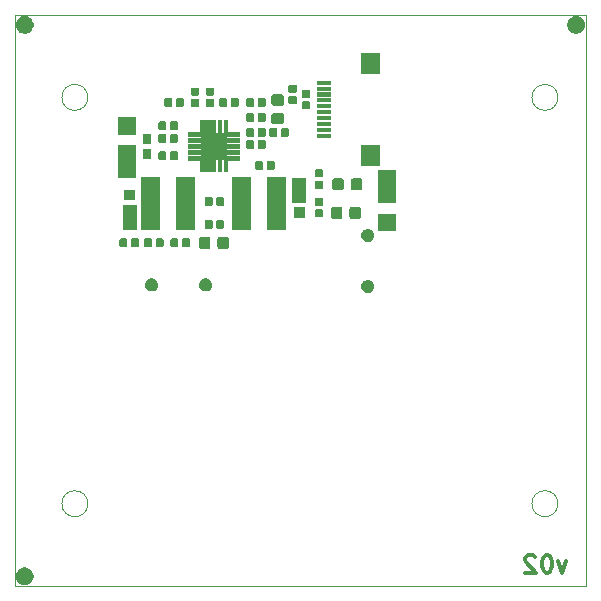
<source format=gbr>
%TF.GenerationSoftware,KiCad,Pcbnew,5.0.2-bee76a0~70~ubuntu18.04.1*%
%TF.CreationDate,2020-02-29T17:21:03-08:00*%
%TF.ProjectId,SolarCellX_v3,536f6c61-7243-4656-9c6c-585f76332e6b,rev?*%
%TF.SameCoordinates,Original*%
%TF.FileFunction,Soldermask,Bot*%
%TF.FilePolarity,Negative*%
%FSLAX46Y46*%
G04 Gerber Fmt 4.6, Leading zero omitted, Abs format (unit mm)*
G04 Created by KiCad (PCBNEW 5.0.2-bee76a0~70~ubuntu18.04.1) date Sat 29 Feb 2020 05:21:03 PM PST*
%MOMM*%
%LPD*%
G01*
G04 APERTURE LIST*
%ADD10C,0.300000*%
%ADD11C,0.050000*%
%ADD12C,0.100000*%
G04 APERTURE END LIST*
D10*
X136723214Y-86229071D02*
X136366071Y-87229071D01*
X136008928Y-86229071D01*
X135151785Y-85729071D02*
X135008928Y-85729071D01*
X134866071Y-85800500D01*
X134794642Y-85871928D01*
X134723214Y-86014785D01*
X134651785Y-86300500D01*
X134651785Y-86657642D01*
X134723214Y-86943357D01*
X134794642Y-87086214D01*
X134866071Y-87157642D01*
X135008928Y-87229071D01*
X135151785Y-87229071D01*
X135294642Y-87157642D01*
X135366071Y-87086214D01*
X135437500Y-86943357D01*
X135508928Y-86657642D01*
X135508928Y-86300500D01*
X135437500Y-86014785D01*
X135366071Y-85871928D01*
X135294642Y-85800500D01*
X135151785Y-85729071D01*
X134080357Y-85871928D02*
X134008928Y-85800500D01*
X133866071Y-85729071D01*
X133508928Y-85729071D01*
X133366071Y-85800500D01*
X133294642Y-85871928D01*
X133223214Y-86014785D01*
X133223214Y-86157642D01*
X133294642Y-86371928D01*
X134151785Y-87229071D01*
X133223214Y-87229071D01*
D11*
X96200000Y-47000000D02*
G75*
G03X96200000Y-47000000I-1100000J0D01*
G01*
X96200000Y-81400000D02*
G75*
G03X96200000Y-81400000I-1100000J0D01*
G01*
X136000000Y-81400000D02*
G75*
G03X136000000Y-81400000I-1100000J0D01*
G01*
X136000000Y-47000000D02*
G75*
G03X136000000Y-47000000I-1100000J0D01*
G01*
X90000000Y-88400000D02*
X138400000Y-88400000D01*
X90000000Y-88400000D02*
X90000000Y-40000000D01*
X138400000Y-40000000D02*
X138400000Y-88400000D01*
X90000000Y-40000000D02*
X138400000Y-40000000D01*
D12*
G36*
X91068767Y-86828822D02*
X91205258Y-86885359D01*
X91328097Y-86967437D01*
X91432563Y-87071903D01*
X91514641Y-87194742D01*
X91571178Y-87331233D01*
X91600000Y-87476131D01*
X91600000Y-87623869D01*
X91571178Y-87768767D01*
X91514641Y-87905258D01*
X91432563Y-88028097D01*
X91328097Y-88132563D01*
X91205258Y-88214641D01*
X91068767Y-88271178D01*
X90923869Y-88300000D01*
X90776131Y-88300000D01*
X90631233Y-88271178D01*
X90494742Y-88214641D01*
X90371903Y-88132563D01*
X90267437Y-88028097D01*
X90185359Y-87905258D01*
X90128822Y-87768767D01*
X90100000Y-87623869D01*
X90100000Y-87476131D01*
X90128822Y-87331233D01*
X90185359Y-87194742D01*
X90267437Y-87071903D01*
X90371903Y-86967437D01*
X90494742Y-86885359D01*
X90631233Y-86828822D01*
X90776131Y-86800000D01*
X90923869Y-86800000D01*
X91068767Y-86828822D01*
X91068767Y-86828822D01*
G37*
G36*
X119995104Y-62453549D02*
X120048138Y-62464098D01*
X120148047Y-62505482D01*
X120148049Y-62505483D01*
X120237967Y-62565564D01*
X120314436Y-62642033D01*
X120356417Y-62704862D01*
X120374518Y-62731953D01*
X120415902Y-62831862D01*
X120437000Y-62937929D01*
X120437000Y-63046071D01*
X120415902Y-63152138D01*
X120374518Y-63252047D01*
X120374517Y-63252049D01*
X120314436Y-63341967D01*
X120237967Y-63418436D01*
X120148049Y-63478517D01*
X120148048Y-63478518D01*
X120148047Y-63478518D01*
X120048138Y-63519902D01*
X119995104Y-63530451D01*
X119942072Y-63541000D01*
X119833928Y-63541000D01*
X119780896Y-63530451D01*
X119727862Y-63519902D01*
X119627953Y-63478518D01*
X119627952Y-63478518D01*
X119627951Y-63478517D01*
X119538033Y-63418436D01*
X119461564Y-63341967D01*
X119401483Y-63252049D01*
X119401482Y-63252047D01*
X119360098Y-63152138D01*
X119339000Y-63046071D01*
X119339000Y-62937929D01*
X119360098Y-62831862D01*
X119401482Y-62731953D01*
X119419584Y-62704862D01*
X119461564Y-62642033D01*
X119538033Y-62565564D01*
X119627951Y-62505483D01*
X119627953Y-62505482D01*
X119727862Y-62464098D01*
X119780896Y-62453549D01*
X119833928Y-62443000D01*
X119942072Y-62443000D01*
X119995104Y-62453549D01*
X119995104Y-62453549D01*
G37*
G36*
X101707104Y-62326549D02*
X101760138Y-62337098D01*
X101860047Y-62378482D01*
X101860049Y-62378483D01*
X101949967Y-62438564D01*
X102026436Y-62515033D01*
X102060200Y-62565564D01*
X102086518Y-62604953D01*
X102127902Y-62704862D01*
X102149000Y-62810929D01*
X102149000Y-62919071D01*
X102127902Y-63025138D01*
X102086518Y-63125047D01*
X102086517Y-63125049D01*
X102026436Y-63214967D01*
X101949967Y-63291436D01*
X101860049Y-63351517D01*
X101860048Y-63351518D01*
X101860047Y-63351518D01*
X101760138Y-63392902D01*
X101654072Y-63414000D01*
X101545928Y-63414000D01*
X101439862Y-63392902D01*
X101339953Y-63351518D01*
X101339952Y-63351518D01*
X101339951Y-63351517D01*
X101250033Y-63291436D01*
X101173564Y-63214967D01*
X101113483Y-63125049D01*
X101113482Y-63125047D01*
X101072098Y-63025138D01*
X101051000Y-62919071D01*
X101051000Y-62810929D01*
X101072098Y-62704862D01*
X101113482Y-62604953D01*
X101139801Y-62565564D01*
X101173564Y-62515033D01*
X101250033Y-62438564D01*
X101339951Y-62378483D01*
X101339953Y-62378482D01*
X101439862Y-62337098D01*
X101492896Y-62326549D01*
X101545928Y-62316000D01*
X101654072Y-62316000D01*
X101707104Y-62326549D01*
X101707104Y-62326549D01*
G37*
G36*
X106279104Y-62326549D02*
X106332138Y-62337098D01*
X106432047Y-62378482D01*
X106432049Y-62378483D01*
X106521967Y-62438564D01*
X106598436Y-62515033D01*
X106632200Y-62565564D01*
X106658518Y-62604953D01*
X106699902Y-62704862D01*
X106721000Y-62810929D01*
X106721000Y-62919071D01*
X106699902Y-63025138D01*
X106658518Y-63125047D01*
X106658517Y-63125049D01*
X106598436Y-63214967D01*
X106521967Y-63291436D01*
X106432049Y-63351517D01*
X106432048Y-63351518D01*
X106432047Y-63351518D01*
X106332138Y-63392902D01*
X106226072Y-63414000D01*
X106117928Y-63414000D01*
X106011862Y-63392902D01*
X105911953Y-63351518D01*
X105911952Y-63351518D01*
X105911951Y-63351517D01*
X105822033Y-63291436D01*
X105745564Y-63214967D01*
X105685483Y-63125049D01*
X105685482Y-63125047D01*
X105644098Y-63025138D01*
X105623000Y-62919071D01*
X105623000Y-62810929D01*
X105644098Y-62704862D01*
X105685482Y-62604953D01*
X105711801Y-62565564D01*
X105745564Y-62515033D01*
X105822033Y-62438564D01*
X105911951Y-62378483D01*
X105911953Y-62378482D01*
X106011862Y-62337098D01*
X106064896Y-62326549D01*
X106117928Y-62316000D01*
X106226072Y-62316000D01*
X106279104Y-62326549D01*
X106279104Y-62326549D01*
G37*
G36*
X106393582Y-58789434D02*
X106434526Y-58801854D01*
X106472260Y-58822023D01*
X106505334Y-58849166D01*
X106532477Y-58882240D01*
X106552646Y-58919974D01*
X106565066Y-58960918D01*
X106569500Y-59005936D01*
X106569500Y-59612064D01*
X106565066Y-59657082D01*
X106552646Y-59698026D01*
X106532477Y-59735760D01*
X106505334Y-59768834D01*
X106472260Y-59795977D01*
X106434526Y-59816146D01*
X106393582Y-59828566D01*
X106348564Y-59833000D01*
X105817436Y-59833000D01*
X105772418Y-59828566D01*
X105731474Y-59816146D01*
X105693740Y-59795977D01*
X105660666Y-59768834D01*
X105633523Y-59735760D01*
X105613354Y-59698026D01*
X105600934Y-59657082D01*
X105596500Y-59612064D01*
X105596500Y-59005936D01*
X105600934Y-58960918D01*
X105613354Y-58919974D01*
X105633523Y-58882240D01*
X105660666Y-58849166D01*
X105693740Y-58822023D01*
X105731474Y-58801854D01*
X105772418Y-58789434D01*
X105817436Y-58785000D01*
X106348564Y-58785000D01*
X106393582Y-58789434D01*
X106393582Y-58789434D01*
G37*
G36*
X107968582Y-58789434D02*
X108009526Y-58801854D01*
X108047260Y-58822023D01*
X108080334Y-58849166D01*
X108107477Y-58882240D01*
X108127646Y-58919974D01*
X108140066Y-58960918D01*
X108144500Y-59005936D01*
X108144500Y-59612064D01*
X108140066Y-59657082D01*
X108127646Y-59698026D01*
X108107477Y-59735760D01*
X108080334Y-59768834D01*
X108047260Y-59795977D01*
X108009526Y-59816146D01*
X107968582Y-59828566D01*
X107923564Y-59833000D01*
X107392436Y-59833000D01*
X107347418Y-59828566D01*
X107306474Y-59816146D01*
X107268740Y-59795977D01*
X107235666Y-59768834D01*
X107208523Y-59735760D01*
X107188354Y-59698026D01*
X107175934Y-59657082D01*
X107171500Y-59612064D01*
X107171500Y-59005936D01*
X107175934Y-58960918D01*
X107188354Y-58919974D01*
X107208523Y-58882240D01*
X107235666Y-58849166D01*
X107268740Y-58822023D01*
X107306474Y-58801854D01*
X107347418Y-58789434D01*
X107392436Y-58785000D01*
X107923564Y-58785000D01*
X107968582Y-58789434D01*
X107968582Y-58789434D01*
G37*
G36*
X104723433Y-58943064D02*
X104751008Y-58951430D01*
X104776422Y-58965014D01*
X104798702Y-58983298D01*
X104816986Y-59005578D01*
X104830570Y-59030992D01*
X104838936Y-59058567D01*
X104842000Y-59089684D01*
X104842000Y-59528316D01*
X104838936Y-59559433D01*
X104830570Y-59587008D01*
X104816986Y-59612422D01*
X104798702Y-59634702D01*
X104776422Y-59652986D01*
X104751008Y-59666570D01*
X104723433Y-59674936D01*
X104692316Y-59678000D01*
X104303684Y-59678000D01*
X104272567Y-59674936D01*
X104244992Y-59666570D01*
X104219578Y-59652986D01*
X104197298Y-59634702D01*
X104179014Y-59612422D01*
X104165430Y-59587008D01*
X104157064Y-59559433D01*
X104154000Y-59528316D01*
X104154000Y-59089684D01*
X104157064Y-59058567D01*
X104165430Y-59030992D01*
X104179014Y-59005578D01*
X104197298Y-58983298D01*
X104219578Y-58965014D01*
X104244992Y-58951430D01*
X104272567Y-58943064D01*
X104303684Y-58940000D01*
X104692316Y-58940000D01*
X104723433Y-58943064D01*
X104723433Y-58943064D01*
G37*
G36*
X99435433Y-58943064D02*
X99463008Y-58951430D01*
X99488422Y-58965014D01*
X99510702Y-58983298D01*
X99528986Y-59005578D01*
X99542570Y-59030992D01*
X99550936Y-59058567D01*
X99554000Y-59089684D01*
X99554000Y-59528316D01*
X99550936Y-59559433D01*
X99542570Y-59587008D01*
X99528986Y-59612422D01*
X99510702Y-59634702D01*
X99488422Y-59652986D01*
X99463008Y-59666570D01*
X99435433Y-59674936D01*
X99404316Y-59678000D01*
X99015684Y-59678000D01*
X98984567Y-59674936D01*
X98956992Y-59666570D01*
X98931578Y-59652986D01*
X98909298Y-59634702D01*
X98891014Y-59612422D01*
X98877430Y-59587008D01*
X98869064Y-59559433D01*
X98866000Y-59528316D01*
X98866000Y-59089684D01*
X98869064Y-59058567D01*
X98877430Y-59030992D01*
X98891014Y-59005578D01*
X98909298Y-58983298D01*
X98931578Y-58965014D01*
X98956992Y-58951430D01*
X98984567Y-58943064D01*
X99015684Y-58940000D01*
X99404316Y-58940000D01*
X99435433Y-58943064D01*
X99435433Y-58943064D01*
G37*
G36*
X100405433Y-58943064D02*
X100433008Y-58951430D01*
X100458422Y-58965014D01*
X100480702Y-58983298D01*
X100498986Y-59005578D01*
X100512570Y-59030992D01*
X100520936Y-59058567D01*
X100524000Y-59089684D01*
X100524000Y-59528316D01*
X100520936Y-59559433D01*
X100512570Y-59587008D01*
X100498986Y-59612422D01*
X100480702Y-59634702D01*
X100458422Y-59652986D01*
X100433008Y-59666570D01*
X100405433Y-59674936D01*
X100374316Y-59678000D01*
X99985684Y-59678000D01*
X99954567Y-59674936D01*
X99926992Y-59666570D01*
X99901578Y-59652986D01*
X99879298Y-59634702D01*
X99861014Y-59612422D01*
X99847430Y-59587008D01*
X99839064Y-59559433D01*
X99836000Y-59528316D01*
X99836000Y-59089684D01*
X99839064Y-59058567D01*
X99847430Y-59030992D01*
X99861014Y-59005578D01*
X99879298Y-58983298D01*
X99901578Y-58965014D01*
X99926992Y-58951430D01*
X99954567Y-58943064D01*
X99985684Y-58940000D01*
X100374316Y-58940000D01*
X100405433Y-58943064D01*
X100405433Y-58943064D01*
G37*
G36*
X101530933Y-58943064D02*
X101558508Y-58951430D01*
X101583922Y-58965014D01*
X101606202Y-58983298D01*
X101624486Y-59005578D01*
X101638070Y-59030992D01*
X101646436Y-59058567D01*
X101649500Y-59089684D01*
X101649500Y-59528316D01*
X101646436Y-59559433D01*
X101638070Y-59587008D01*
X101624486Y-59612422D01*
X101606202Y-59634702D01*
X101583922Y-59652986D01*
X101558508Y-59666570D01*
X101530933Y-59674936D01*
X101499816Y-59678000D01*
X101111184Y-59678000D01*
X101080067Y-59674936D01*
X101052492Y-59666570D01*
X101027078Y-59652986D01*
X101004798Y-59634702D01*
X100986514Y-59612422D01*
X100972930Y-59587008D01*
X100964564Y-59559433D01*
X100961500Y-59528316D01*
X100961500Y-59089684D01*
X100964564Y-59058567D01*
X100972930Y-59030992D01*
X100986514Y-59005578D01*
X101004798Y-58983298D01*
X101027078Y-58965014D01*
X101052492Y-58951430D01*
X101080067Y-58943064D01*
X101111184Y-58940000D01*
X101499816Y-58940000D01*
X101530933Y-58943064D01*
X101530933Y-58943064D01*
G37*
G36*
X102500933Y-58943064D02*
X102528508Y-58951430D01*
X102553922Y-58965014D01*
X102576202Y-58983298D01*
X102594486Y-59005578D01*
X102608070Y-59030992D01*
X102616436Y-59058567D01*
X102619500Y-59089684D01*
X102619500Y-59528316D01*
X102616436Y-59559433D01*
X102608070Y-59587008D01*
X102594486Y-59612422D01*
X102576202Y-59634702D01*
X102553922Y-59652986D01*
X102528508Y-59666570D01*
X102500933Y-59674936D01*
X102469816Y-59678000D01*
X102081184Y-59678000D01*
X102050067Y-59674936D01*
X102022492Y-59666570D01*
X101997078Y-59652986D01*
X101974798Y-59634702D01*
X101956514Y-59612422D01*
X101942930Y-59587008D01*
X101934564Y-59559433D01*
X101931500Y-59528316D01*
X101931500Y-59089684D01*
X101934564Y-59058567D01*
X101942930Y-59030992D01*
X101956514Y-59005578D01*
X101974798Y-58983298D01*
X101997078Y-58965014D01*
X102022492Y-58951430D01*
X102050067Y-58943064D01*
X102081184Y-58940000D01*
X102469816Y-58940000D01*
X102500933Y-58943064D01*
X102500933Y-58943064D01*
G37*
G36*
X103753433Y-58943064D02*
X103781008Y-58951430D01*
X103806422Y-58965014D01*
X103828702Y-58983298D01*
X103846986Y-59005578D01*
X103860570Y-59030992D01*
X103868936Y-59058567D01*
X103872000Y-59089684D01*
X103872000Y-59528316D01*
X103868936Y-59559433D01*
X103860570Y-59587008D01*
X103846986Y-59612422D01*
X103828702Y-59634702D01*
X103806422Y-59652986D01*
X103781008Y-59666570D01*
X103753433Y-59674936D01*
X103722316Y-59678000D01*
X103333684Y-59678000D01*
X103302567Y-59674936D01*
X103274992Y-59666570D01*
X103249578Y-59652986D01*
X103227298Y-59634702D01*
X103209014Y-59612422D01*
X103195430Y-59587008D01*
X103187064Y-59559433D01*
X103184000Y-59528316D01*
X103184000Y-59089684D01*
X103187064Y-59058567D01*
X103195430Y-59030992D01*
X103209014Y-59005578D01*
X103227298Y-58983298D01*
X103249578Y-58965014D01*
X103274992Y-58951430D01*
X103302567Y-58943064D01*
X103333684Y-58940000D01*
X103722316Y-58940000D01*
X103753433Y-58943064D01*
X103753433Y-58943064D01*
G37*
G36*
X119995104Y-58135549D02*
X120048138Y-58146098D01*
X120148047Y-58187482D01*
X120148049Y-58187483D01*
X120237967Y-58247564D01*
X120314435Y-58324032D01*
X120374518Y-58413953D01*
X120415902Y-58513862D01*
X120437000Y-58619929D01*
X120437000Y-58728071D01*
X120415902Y-58834138D01*
X120380347Y-58919974D01*
X120374517Y-58934049D01*
X120314436Y-59023967D01*
X120237967Y-59100436D01*
X120148049Y-59160517D01*
X120148048Y-59160518D01*
X120148047Y-59160518D01*
X120048138Y-59201902D01*
X119995104Y-59212451D01*
X119942072Y-59223000D01*
X119833928Y-59223000D01*
X119780896Y-59212451D01*
X119727862Y-59201902D01*
X119627953Y-59160518D01*
X119627952Y-59160518D01*
X119627951Y-59160517D01*
X119538033Y-59100436D01*
X119461564Y-59023967D01*
X119401483Y-58934049D01*
X119395653Y-58919974D01*
X119360098Y-58834138D01*
X119339000Y-58728071D01*
X119339000Y-58619929D01*
X119360098Y-58513862D01*
X119401482Y-58413953D01*
X119461565Y-58324032D01*
X119538033Y-58247564D01*
X119627951Y-58187483D01*
X119627953Y-58187482D01*
X119727862Y-58146098D01*
X119780896Y-58135549D01*
X119833928Y-58125000D01*
X119942072Y-58125000D01*
X119995104Y-58135549D01*
X119995104Y-58135549D01*
G37*
G36*
X122249000Y-58349000D02*
X120751000Y-58349000D01*
X120751000Y-56851000D01*
X122249000Y-56851000D01*
X122249000Y-58349000D01*
X122249000Y-58349000D01*
G37*
G36*
X105260600Y-58267600D02*
X103698500Y-58267600D01*
X103698500Y-53746400D01*
X105260600Y-53746400D01*
X105260600Y-58267600D01*
X105260600Y-58267600D01*
G37*
G36*
X102301500Y-58267600D02*
X100739400Y-58267600D01*
X100739400Y-53746400D01*
X102301500Y-53746400D01*
X102301500Y-58267600D01*
X102301500Y-58267600D01*
G37*
G36*
X109997240Y-58234580D02*
X108435140Y-58234580D01*
X108435140Y-53713380D01*
X109997240Y-53713380D01*
X109997240Y-58234580D01*
X109997240Y-58234580D01*
G37*
G36*
X112956340Y-58234580D02*
X111394240Y-58234580D01*
X111394240Y-53713380D01*
X112956340Y-53713380D01*
X112956340Y-58234580D01*
X112956340Y-58234580D01*
G37*
G36*
X100349000Y-58214000D02*
X99151000Y-58214000D01*
X99151000Y-56116000D01*
X100349000Y-56116000D01*
X100349000Y-58214000D01*
X100349000Y-58214000D01*
G37*
G36*
X107624093Y-57382720D02*
X107651668Y-57391086D01*
X107677082Y-57404670D01*
X107699362Y-57422954D01*
X107717646Y-57445234D01*
X107731230Y-57470648D01*
X107739596Y-57498223D01*
X107742660Y-57529340D01*
X107742660Y-57967972D01*
X107739596Y-57999089D01*
X107731230Y-58026664D01*
X107717646Y-58052078D01*
X107699362Y-58074358D01*
X107677082Y-58092642D01*
X107651668Y-58106226D01*
X107624093Y-58114592D01*
X107592976Y-58117656D01*
X107204344Y-58117656D01*
X107173227Y-58114592D01*
X107145652Y-58106226D01*
X107120238Y-58092642D01*
X107097958Y-58074358D01*
X107079674Y-58052078D01*
X107066090Y-58026664D01*
X107057724Y-57999089D01*
X107054660Y-57967972D01*
X107054660Y-57529340D01*
X107057724Y-57498223D01*
X107066090Y-57470648D01*
X107079674Y-57445234D01*
X107097958Y-57422954D01*
X107120238Y-57404670D01*
X107145652Y-57391086D01*
X107173227Y-57382720D01*
X107204344Y-57379656D01*
X107592976Y-57379656D01*
X107624093Y-57382720D01*
X107624093Y-57382720D01*
G37*
G36*
X106654093Y-57382720D02*
X106681668Y-57391086D01*
X106707082Y-57404670D01*
X106729362Y-57422954D01*
X106747646Y-57445234D01*
X106761230Y-57470648D01*
X106769596Y-57498223D01*
X106772660Y-57529340D01*
X106772660Y-57967972D01*
X106769596Y-57999089D01*
X106761230Y-58026664D01*
X106747646Y-58052078D01*
X106729362Y-58074358D01*
X106707082Y-58092642D01*
X106681668Y-58106226D01*
X106654093Y-58114592D01*
X106622976Y-58117656D01*
X106234344Y-58117656D01*
X106203227Y-58114592D01*
X106175652Y-58106226D01*
X106150238Y-58092642D01*
X106127958Y-58074358D01*
X106109674Y-58052078D01*
X106096090Y-58026664D01*
X106087724Y-57999089D01*
X106084660Y-57967972D01*
X106084660Y-57529340D01*
X106087724Y-57498223D01*
X106096090Y-57470648D01*
X106109674Y-57445234D01*
X106127958Y-57422954D01*
X106150238Y-57404670D01*
X106175652Y-57391086D01*
X106203227Y-57382720D01*
X106234344Y-57379656D01*
X106622976Y-57379656D01*
X106654093Y-57382720D01*
X106654093Y-57382720D01*
G37*
G36*
X117569582Y-56249434D02*
X117610526Y-56261854D01*
X117648260Y-56282023D01*
X117681334Y-56309166D01*
X117708477Y-56342240D01*
X117728646Y-56379974D01*
X117741066Y-56420918D01*
X117745500Y-56465936D01*
X117745500Y-57072064D01*
X117741066Y-57117082D01*
X117728646Y-57158026D01*
X117708477Y-57195760D01*
X117681334Y-57228834D01*
X117648260Y-57255977D01*
X117610526Y-57276146D01*
X117569582Y-57288566D01*
X117524564Y-57293000D01*
X116993436Y-57293000D01*
X116948418Y-57288566D01*
X116907474Y-57276146D01*
X116869740Y-57255977D01*
X116836666Y-57228834D01*
X116809523Y-57195760D01*
X116789354Y-57158026D01*
X116776934Y-57117082D01*
X116772500Y-57072064D01*
X116772500Y-56465936D01*
X116776934Y-56420918D01*
X116789354Y-56379974D01*
X116809523Y-56342240D01*
X116836666Y-56309166D01*
X116869740Y-56282023D01*
X116907474Y-56261854D01*
X116948418Y-56249434D01*
X116993436Y-56245000D01*
X117524564Y-56245000D01*
X117569582Y-56249434D01*
X117569582Y-56249434D01*
G37*
G36*
X119144582Y-56249434D02*
X119185526Y-56261854D01*
X119223260Y-56282023D01*
X119256334Y-56309166D01*
X119283477Y-56342240D01*
X119303646Y-56379974D01*
X119316066Y-56420918D01*
X119320500Y-56465936D01*
X119320500Y-57072064D01*
X119316066Y-57117082D01*
X119303646Y-57158026D01*
X119283477Y-57195760D01*
X119256334Y-57228834D01*
X119223260Y-57255977D01*
X119185526Y-57276146D01*
X119144582Y-57288566D01*
X119099564Y-57293000D01*
X118568436Y-57293000D01*
X118523418Y-57288566D01*
X118482474Y-57276146D01*
X118444740Y-57255977D01*
X118411666Y-57228834D01*
X118384523Y-57195760D01*
X118364354Y-57158026D01*
X118351934Y-57117082D01*
X118347500Y-57072064D01*
X118347500Y-56465936D01*
X118351934Y-56420918D01*
X118364354Y-56379974D01*
X118384523Y-56342240D01*
X118411666Y-56309166D01*
X118444740Y-56282023D01*
X118482474Y-56261854D01*
X118523418Y-56249434D01*
X118568436Y-56245000D01*
X119099564Y-56245000D01*
X119144582Y-56249434D01*
X119144582Y-56249434D01*
G37*
G36*
X114558500Y-57198000D02*
X113660500Y-57198000D01*
X113660500Y-56300000D01*
X114558500Y-56300000D01*
X114558500Y-57198000D01*
X114558500Y-57198000D01*
G37*
G36*
X116010933Y-56468564D02*
X116038508Y-56476930D01*
X116063922Y-56490514D01*
X116086202Y-56508798D01*
X116104486Y-56531078D01*
X116118070Y-56556492D01*
X116126436Y-56584067D01*
X116129500Y-56615184D01*
X116129500Y-57003816D01*
X116126436Y-57034933D01*
X116118070Y-57062508D01*
X116104486Y-57087922D01*
X116086202Y-57110202D01*
X116063922Y-57128486D01*
X116038508Y-57142070D01*
X116010933Y-57150436D01*
X115979816Y-57153500D01*
X115541184Y-57153500D01*
X115510067Y-57150436D01*
X115482492Y-57142070D01*
X115457078Y-57128486D01*
X115434798Y-57110202D01*
X115416514Y-57087922D01*
X115402930Y-57062508D01*
X115394564Y-57034933D01*
X115391500Y-57003816D01*
X115391500Y-56615184D01*
X115394564Y-56584067D01*
X115402930Y-56556492D01*
X115416514Y-56531078D01*
X115434798Y-56508798D01*
X115457078Y-56490514D01*
X115482492Y-56476930D01*
X115510067Y-56468564D01*
X115541184Y-56465500D01*
X115979816Y-56465500D01*
X116010933Y-56468564D01*
X116010933Y-56468564D01*
G37*
G36*
X107624093Y-55450564D02*
X107651668Y-55458930D01*
X107677082Y-55472514D01*
X107699362Y-55490798D01*
X107717646Y-55513078D01*
X107731230Y-55538492D01*
X107739596Y-55566067D01*
X107742660Y-55597184D01*
X107742660Y-56035816D01*
X107739596Y-56066933D01*
X107731230Y-56094508D01*
X107717646Y-56119922D01*
X107699362Y-56142202D01*
X107677082Y-56160486D01*
X107651668Y-56174070D01*
X107624093Y-56182436D01*
X107592976Y-56185500D01*
X107204344Y-56185500D01*
X107173227Y-56182436D01*
X107145652Y-56174070D01*
X107120238Y-56160486D01*
X107097958Y-56142202D01*
X107079674Y-56119922D01*
X107066090Y-56094508D01*
X107057724Y-56066933D01*
X107054660Y-56035816D01*
X107054660Y-55597184D01*
X107057724Y-55566067D01*
X107066090Y-55538492D01*
X107079674Y-55513078D01*
X107097958Y-55490798D01*
X107120238Y-55472514D01*
X107145652Y-55458930D01*
X107173227Y-55450564D01*
X107204344Y-55447500D01*
X107592976Y-55447500D01*
X107624093Y-55450564D01*
X107624093Y-55450564D01*
G37*
G36*
X106654093Y-55450564D02*
X106681668Y-55458930D01*
X106707082Y-55472514D01*
X106729362Y-55490798D01*
X106747646Y-55513078D01*
X106761230Y-55538492D01*
X106769596Y-55566067D01*
X106772660Y-55597184D01*
X106772660Y-56035816D01*
X106769596Y-56066933D01*
X106761230Y-56094508D01*
X106747646Y-56119922D01*
X106729362Y-56142202D01*
X106707082Y-56160486D01*
X106681668Y-56174070D01*
X106654093Y-56182436D01*
X106622976Y-56185500D01*
X106234344Y-56185500D01*
X106203227Y-56182436D01*
X106175652Y-56174070D01*
X106150238Y-56160486D01*
X106127958Y-56142202D01*
X106109674Y-56119922D01*
X106096090Y-56094508D01*
X106087724Y-56066933D01*
X106084660Y-56035816D01*
X106084660Y-55597184D01*
X106087724Y-55566067D01*
X106096090Y-55538492D01*
X106109674Y-55513078D01*
X106127958Y-55490798D01*
X106150238Y-55472514D01*
X106175652Y-55458930D01*
X106203227Y-55450564D01*
X106234344Y-55447500D01*
X106622976Y-55447500D01*
X106654093Y-55450564D01*
X106654093Y-55450564D01*
G37*
G36*
X116010933Y-55498564D02*
X116038508Y-55506930D01*
X116063922Y-55520514D01*
X116086202Y-55538798D01*
X116104486Y-55561078D01*
X116118070Y-55586492D01*
X116126436Y-55614067D01*
X116129500Y-55645184D01*
X116129500Y-56033816D01*
X116126436Y-56064933D01*
X116118070Y-56092508D01*
X116104486Y-56117922D01*
X116086202Y-56140202D01*
X116063922Y-56158486D01*
X116038508Y-56172070D01*
X116010933Y-56180436D01*
X115979816Y-56183500D01*
X115541184Y-56183500D01*
X115510067Y-56180436D01*
X115482492Y-56172070D01*
X115457078Y-56158486D01*
X115434798Y-56140202D01*
X115416514Y-56117922D01*
X115402930Y-56092508D01*
X115394564Y-56064933D01*
X115391500Y-56033816D01*
X115391500Y-55645184D01*
X115394564Y-55614067D01*
X115402930Y-55586492D01*
X115416514Y-55561078D01*
X115434798Y-55538798D01*
X115457078Y-55520514D01*
X115482492Y-55506930D01*
X115510067Y-55498564D01*
X115541184Y-55495500D01*
X115979816Y-55495500D01*
X116010933Y-55498564D01*
X116010933Y-55498564D01*
G37*
G36*
X122249000Y-55949000D02*
X120751000Y-55949000D01*
X120751000Y-53151000D01*
X122249000Y-53151000D01*
X122249000Y-55949000D01*
X122249000Y-55949000D01*
G37*
G36*
X114708500Y-55898000D02*
X113510500Y-55898000D01*
X113510500Y-53800000D01*
X114708500Y-53800000D01*
X114708500Y-55898000D01*
X114708500Y-55898000D01*
G37*
G36*
X100199000Y-55714000D02*
X99301000Y-55714000D01*
X99301000Y-54816000D01*
X100199000Y-54816000D01*
X100199000Y-55714000D01*
X100199000Y-55714000D01*
G37*
G36*
X119271582Y-53836434D02*
X119312526Y-53848854D01*
X119350260Y-53869023D01*
X119383334Y-53896166D01*
X119410477Y-53929240D01*
X119430646Y-53966974D01*
X119443066Y-54007918D01*
X119447500Y-54052936D01*
X119447500Y-54659064D01*
X119443066Y-54704082D01*
X119430646Y-54745026D01*
X119410477Y-54782760D01*
X119383334Y-54815834D01*
X119350260Y-54842977D01*
X119312526Y-54863146D01*
X119271582Y-54875566D01*
X119226564Y-54880000D01*
X118695436Y-54880000D01*
X118650418Y-54875566D01*
X118609474Y-54863146D01*
X118571740Y-54842977D01*
X118538666Y-54815834D01*
X118511523Y-54782760D01*
X118491354Y-54745026D01*
X118478934Y-54704082D01*
X118474500Y-54659064D01*
X118474500Y-54052936D01*
X118478934Y-54007918D01*
X118491354Y-53966974D01*
X118511523Y-53929240D01*
X118538666Y-53896166D01*
X118571740Y-53869023D01*
X118609474Y-53848854D01*
X118650418Y-53836434D01*
X118695436Y-53832000D01*
X119226564Y-53832000D01*
X119271582Y-53836434D01*
X119271582Y-53836434D01*
G37*
G36*
X117696582Y-53836434D02*
X117737526Y-53848854D01*
X117775260Y-53869023D01*
X117808334Y-53896166D01*
X117835477Y-53929240D01*
X117855646Y-53966974D01*
X117868066Y-54007918D01*
X117872500Y-54052936D01*
X117872500Y-54659064D01*
X117868066Y-54704082D01*
X117855646Y-54745026D01*
X117835477Y-54782760D01*
X117808334Y-54815834D01*
X117775260Y-54842977D01*
X117737526Y-54863146D01*
X117696582Y-54875566D01*
X117651564Y-54880000D01*
X117120436Y-54880000D01*
X117075418Y-54875566D01*
X117034474Y-54863146D01*
X116996740Y-54842977D01*
X116963666Y-54815834D01*
X116936523Y-54782760D01*
X116916354Y-54745026D01*
X116903934Y-54704082D01*
X116899500Y-54659064D01*
X116899500Y-54052936D01*
X116903934Y-54007918D01*
X116916354Y-53966974D01*
X116936523Y-53929240D01*
X116963666Y-53896166D01*
X116996740Y-53869023D01*
X117034474Y-53848854D01*
X117075418Y-53836434D01*
X117120436Y-53832000D01*
X117651564Y-53832000D01*
X117696582Y-53836434D01*
X117696582Y-53836434D01*
G37*
G36*
X116010933Y-54055564D02*
X116038508Y-54063930D01*
X116063922Y-54077514D01*
X116086202Y-54095798D01*
X116104486Y-54118078D01*
X116118070Y-54143492D01*
X116126436Y-54171067D01*
X116129500Y-54202184D01*
X116129500Y-54590816D01*
X116126436Y-54621933D01*
X116118070Y-54649508D01*
X116104486Y-54674922D01*
X116086202Y-54697202D01*
X116063922Y-54715486D01*
X116038508Y-54729070D01*
X116010933Y-54737436D01*
X115979816Y-54740500D01*
X115541184Y-54740500D01*
X115510067Y-54737436D01*
X115482492Y-54729070D01*
X115457078Y-54715486D01*
X115434798Y-54697202D01*
X115416514Y-54674922D01*
X115402930Y-54649508D01*
X115394564Y-54621933D01*
X115391500Y-54590816D01*
X115391500Y-54202184D01*
X115394564Y-54171067D01*
X115402930Y-54143492D01*
X115416514Y-54118078D01*
X115434798Y-54095798D01*
X115457078Y-54077514D01*
X115482492Y-54063930D01*
X115510067Y-54055564D01*
X115541184Y-54052500D01*
X115979816Y-54052500D01*
X116010933Y-54055564D01*
X116010933Y-54055564D01*
G37*
G36*
X100249000Y-53849000D02*
X98751000Y-53849000D01*
X98751000Y-51051000D01*
X100249000Y-51051000D01*
X100249000Y-53849000D01*
X100249000Y-53849000D01*
G37*
G36*
X116010933Y-53085564D02*
X116038508Y-53093930D01*
X116063922Y-53107514D01*
X116086202Y-53125798D01*
X116104486Y-53148078D01*
X116118070Y-53173492D01*
X116126436Y-53201067D01*
X116129500Y-53232184D01*
X116129500Y-53620816D01*
X116126436Y-53651933D01*
X116118070Y-53679508D01*
X116104486Y-53704922D01*
X116086202Y-53727202D01*
X116063922Y-53745486D01*
X116038508Y-53759070D01*
X116010933Y-53767436D01*
X115979816Y-53770500D01*
X115541184Y-53770500D01*
X115510067Y-53767436D01*
X115482492Y-53759070D01*
X115457078Y-53745486D01*
X115434798Y-53727202D01*
X115416514Y-53704922D01*
X115402930Y-53679508D01*
X115394564Y-53651933D01*
X115391500Y-53620816D01*
X115391500Y-53232184D01*
X115394564Y-53201067D01*
X115402930Y-53173492D01*
X115416514Y-53148078D01*
X115434798Y-53125798D01*
X115457078Y-53107514D01*
X115482492Y-53093930D01*
X115510067Y-53085564D01*
X115541184Y-53082500D01*
X115979816Y-53082500D01*
X116010933Y-53085564D01*
X116010933Y-53085564D01*
G37*
G36*
X106092660Y-49971156D02*
X106093611Y-49980813D01*
X106096428Y-49990099D01*
X106101002Y-49998657D01*
X106107158Y-50006158D01*
X106114659Y-50012314D01*
X106123217Y-50016888D01*
X106132503Y-50019705D01*
X106142160Y-50020656D01*
X106145160Y-50020656D01*
X106154817Y-50019705D01*
X106164103Y-50016888D01*
X106172661Y-50012314D01*
X106180162Y-50006158D01*
X106186318Y-49998657D01*
X106190892Y-49990099D01*
X106193709Y-49980813D01*
X106194660Y-49971156D01*
X106194660Y-48945656D01*
X106592660Y-48945656D01*
X106592660Y-49971156D01*
X106593611Y-49980813D01*
X106596428Y-49990099D01*
X106601002Y-49998657D01*
X106607158Y-50006158D01*
X106614659Y-50012314D01*
X106623217Y-50016888D01*
X106632503Y-50019705D01*
X106642160Y-50020656D01*
X106645160Y-50020656D01*
X106654817Y-50019705D01*
X106664103Y-50016888D01*
X106672661Y-50012314D01*
X106680162Y-50006158D01*
X106686318Y-49998657D01*
X106690892Y-49990099D01*
X106693709Y-49980813D01*
X106694660Y-49971156D01*
X106694660Y-48945656D01*
X107092660Y-48945656D01*
X107092660Y-49971156D01*
X107093611Y-49980813D01*
X107096428Y-49990099D01*
X107101002Y-49998657D01*
X107107158Y-50006158D01*
X107114659Y-50012314D01*
X107123217Y-50016888D01*
X107132503Y-50019705D01*
X107142160Y-50020656D01*
X107145160Y-50020656D01*
X107154817Y-50019705D01*
X107164103Y-50016888D01*
X107172661Y-50012314D01*
X107180162Y-50006158D01*
X107186318Y-49998657D01*
X107190892Y-49990099D01*
X107193709Y-49980813D01*
X107194660Y-49971156D01*
X107194660Y-48945656D01*
X107592660Y-48945656D01*
X107592660Y-49971156D01*
X107593611Y-49980813D01*
X107596428Y-49990099D01*
X107601002Y-49998657D01*
X107607158Y-50006158D01*
X107614659Y-50012314D01*
X107623217Y-50016888D01*
X107632503Y-50019705D01*
X107642160Y-50020656D01*
X107645160Y-50020656D01*
X107654817Y-50019705D01*
X107664103Y-50016888D01*
X107672661Y-50012314D01*
X107680162Y-50006158D01*
X107686318Y-49998657D01*
X107690892Y-49990099D01*
X107693709Y-49980813D01*
X107694660Y-49971156D01*
X107694660Y-48945656D01*
X108092660Y-48945656D01*
X108092660Y-49896156D01*
X108093611Y-49905813D01*
X108096428Y-49915099D01*
X108101002Y-49923657D01*
X108107158Y-49931158D01*
X108114659Y-49937314D01*
X108123217Y-49941888D01*
X108132503Y-49944705D01*
X108142160Y-49945656D01*
X109092660Y-49945656D01*
X109092660Y-50343656D01*
X108067160Y-50343656D01*
X108057503Y-50344607D01*
X108048217Y-50347424D01*
X108039659Y-50351998D01*
X108032158Y-50358154D01*
X108026002Y-50365655D01*
X108021428Y-50374213D01*
X108018611Y-50383499D01*
X108017660Y-50393156D01*
X108017660Y-50396156D01*
X108018611Y-50405813D01*
X108021428Y-50415099D01*
X108026002Y-50423657D01*
X108032158Y-50431158D01*
X108039659Y-50437314D01*
X108048217Y-50441888D01*
X108057503Y-50444705D01*
X108067160Y-50445656D01*
X109092660Y-50445656D01*
X109092660Y-50843656D01*
X108067160Y-50843656D01*
X108057503Y-50844607D01*
X108048217Y-50847424D01*
X108039659Y-50851998D01*
X108032158Y-50858154D01*
X108026002Y-50865655D01*
X108021428Y-50874213D01*
X108018611Y-50883499D01*
X108017660Y-50893156D01*
X108017660Y-50896156D01*
X108018611Y-50905813D01*
X108021428Y-50915099D01*
X108026002Y-50923657D01*
X108032158Y-50931158D01*
X108039659Y-50937314D01*
X108048217Y-50941888D01*
X108057503Y-50944705D01*
X108067160Y-50945656D01*
X109092660Y-50945656D01*
X109092660Y-51343656D01*
X108067160Y-51343656D01*
X108057503Y-51344607D01*
X108048217Y-51347424D01*
X108039659Y-51351998D01*
X108032158Y-51358154D01*
X108026002Y-51365655D01*
X108021428Y-51374213D01*
X108018611Y-51383499D01*
X108017660Y-51393156D01*
X108017660Y-51396156D01*
X108018611Y-51405813D01*
X108021428Y-51415099D01*
X108026002Y-51423657D01*
X108032158Y-51431158D01*
X108039659Y-51437314D01*
X108048217Y-51441888D01*
X108057503Y-51444705D01*
X108067160Y-51445656D01*
X109092660Y-51445656D01*
X109092660Y-51843656D01*
X108067160Y-51843656D01*
X108057503Y-51844607D01*
X108048217Y-51847424D01*
X108039659Y-51851998D01*
X108032158Y-51858154D01*
X108026002Y-51865655D01*
X108021428Y-51874213D01*
X108018611Y-51883499D01*
X108017660Y-51893156D01*
X108017660Y-51896156D01*
X108018611Y-51905813D01*
X108021428Y-51915099D01*
X108026002Y-51923657D01*
X108032158Y-51931158D01*
X108039659Y-51937314D01*
X108048217Y-51941888D01*
X108057503Y-51944705D01*
X108067160Y-51945656D01*
X109092660Y-51945656D01*
X109092660Y-52343656D01*
X108142160Y-52343656D01*
X108132503Y-52344607D01*
X108123217Y-52347424D01*
X108114659Y-52351998D01*
X108107158Y-52358154D01*
X108101002Y-52365655D01*
X108096428Y-52374213D01*
X108093611Y-52383499D01*
X108092660Y-52393156D01*
X108092660Y-53343656D01*
X107694660Y-53343656D01*
X107694660Y-52318156D01*
X107693709Y-52308499D01*
X107690892Y-52299213D01*
X107686318Y-52290655D01*
X107680162Y-52283154D01*
X107672661Y-52276998D01*
X107664103Y-52272424D01*
X107654817Y-52269607D01*
X107645160Y-52268656D01*
X107642160Y-52268656D01*
X107632503Y-52269607D01*
X107623217Y-52272424D01*
X107614659Y-52276998D01*
X107607158Y-52283154D01*
X107601002Y-52290655D01*
X107596428Y-52299213D01*
X107593611Y-52308499D01*
X107592660Y-52318156D01*
X107592660Y-53343656D01*
X107194660Y-53343656D01*
X107194660Y-52318156D01*
X107193709Y-52308499D01*
X107190892Y-52299213D01*
X107186318Y-52290655D01*
X107180162Y-52283154D01*
X107172661Y-52276998D01*
X107164103Y-52272424D01*
X107154817Y-52269607D01*
X107145160Y-52268656D01*
X107142160Y-52268656D01*
X107132503Y-52269607D01*
X107123217Y-52272424D01*
X107114659Y-52276998D01*
X107107158Y-52283154D01*
X107101002Y-52290655D01*
X107096428Y-52299213D01*
X107093611Y-52308499D01*
X107092660Y-52318156D01*
X107092660Y-53343656D01*
X106694660Y-53343656D01*
X106694660Y-52318156D01*
X106693709Y-52308499D01*
X106690892Y-52299213D01*
X106686318Y-52290655D01*
X106680162Y-52283154D01*
X106672661Y-52276998D01*
X106664103Y-52272424D01*
X106654817Y-52269607D01*
X106645160Y-52268656D01*
X106642160Y-52268656D01*
X106632503Y-52269607D01*
X106623217Y-52272424D01*
X106614659Y-52276998D01*
X106607158Y-52283154D01*
X106601002Y-52290655D01*
X106596428Y-52299213D01*
X106593611Y-52308499D01*
X106592660Y-52318156D01*
X106592660Y-53343656D01*
X106194660Y-53343656D01*
X106194660Y-52318156D01*
X106193709Y-52308499D01*
X106190892Y-52299213D01*
X106186318Y-52290655D01*
X106180162Y-52283154D01*
X106172661Y-52276998D01*
X106164103Y-52272424D01*
X106154817Y-52269607D01*
X106145160Y-52268656D01*
X106142160Y-52268656D01*
X106132503Y-52269607D01*
X106123217Y-52272424D01*
X106114659Y-52276998D01*
X106107158Y-52283154D01*
X106101002Y-52290655D01*
X106096428Y-52299213D01*
X106093611Y-52308499D01*
X106092660Y-52318156D01*
X106092660Y-53343656D01*
X105694660Y-53343656D01*
X105694660Y-52393156D01*
X105693709Y-52383499D01*
X105690892Y-52374213D01*
X105686318Y-52365655D01*
X105680162Y-52358154D01*
X105672661Y-52351998D01*
X105664103Y-52347424D01*
X105654817Y-52344607D01*
X105645160Y-52343656D01*
X104694660Y-52343656D01*
X104694660Y-51945656D01*
X105720160Y-51945656D01*
X105729817Y-51944705D01*
X105739103Y-51941888D01*
X105747661Y-51937314D01*
X105755162Y-51931158D01*
X105761318Y-51923657D01*
X105765892Y-51915099D01*
X105768709Y-51905813D01*
X105769660Y-51896156D01*
X105769660Y-51893156D01*
X105768709Y-51883499D01*
X105765892Y-51874213D01*
X105761318Y-51865655D01*
X105755162Y-51858154D01*
X105747661Y-51851998D01*
X105739103Y-51847424D01*
X105729817Y-51844607D01*
X105720160Y-51843656D01*
X104694660Y-51843656D01*
X104694660Y-51445656D01*
X105720160Y-51445656D01*
X105729817Y-51444705D01*
X105739103Y-51441888D01*
X105747661Y-51437314D01*
X105755162Y-51431158D01*
X105761318Y-51423657D01*
X105765892Y-51415099D01*
X105768709Y-51405813D01*
X105769660Y-51396156D01*
X105769660Y-51393156D01*
X105768709Y-51383499D01*
X105765892Y-51374213D01*
X105761318Y-51365655D01*
X105755162Y-51358154D01*
X105747661Y-51351998D01*
X105739103Y-51347424D01*
X105729817Y-51344607D01*
X105720160Y-51343656D01*
X104694660Y-51343656D01*
X104694660Y-50945656D01*
X105720160Y-50945656D01*
X105729817Y-50944705D01*
X105739103Y-50941888D01*
X105747661Y-50937314D01*
X105755162Y-50931158D01*
X105761318Y-50923657D01*
X105765892Y-50915099D01*
X105768709Y-50905813D01*
X105769660Y-50896156D01*
X105769660Y-50893156D01*
X105768709Y-50883499D01*
X105765892Y-50874213D01*
X105761318Y-50865655D01*
X105755162Y-50858154D01*
X105747661Y-50851998D01*
X105739103Y-50847424D01*
X105729817Y-50844607D01*
X105720160Y-50843656D01*
X104694660Y-50843656D01*
X104694660Y-50445656D01*
X105720160Y-50445656D01*
X105729817Y-50444705D01*
X105739103Y-50441888D01*
X105747661Y-50437314D01*
X105755162Y-50431158D01*
X105761318Y-50423657D01*
X105765892Y-50415099D01*
X105768709Y-50405813D01*
X105769660Y-50396156D01*
X105769660Y-50393156D01*
X105768709Y-50383499D01*
X105765892Y-50374213D01*
X105761318Y-50365655D01*
X105755162Y-50358154D01*
X105747661Y-50351998D01*
X105739103Y-50347424D01*
X105729817Y-50344607D01*
X105720160Y-50343656D01*
X104694660Y-50343656D01*
X104694660Y-49945656D01*
X105645160Y-49945656D01*
X105654817Y-49944705D01*
X105664103Y-49941888D01*
X105672661Y-49937314D01*
X105680162Y-49931158D01*
X105686318Y-49923657D01*
X105690892Y-49915099D01*
X105693709Y-49905813D01*
X105694660Y-49896156D01*
X105694660Y-48945656D01*
X106092660Y-48945656D01*
X106092660Y-49971156D01*
X106092660Y-49971156D01*
G37*
G36*
X111898933Y-52402564D02*
X111926508Y-52410930D01*
X111951922Y-52424514D01*
X111974202Y-52442798D01*
X111992486Y-52465078D01*
X112006070Y-52490492D01*
X112014436Y-52518067D01*
X112017500Y-52549184D01*
X112017500Y-52987816D01*
X112014436Y-53018933D01*
X112006070Y-53046508D01*
X111992486Y-53071922D01*
X111974202Y-53094202D01*
X111951922Y-53112486D01*
X111926508Y-53126070D01*
X111898933Y-53134436D01*
X111867816Y-53137500D01*
X111479184Y-53137500D01*
X111448067Y-53134436D01*
X111420492Y-53126070D01*
X111395078Y-53112486D01*
X111372798Y-53094202D01*
X111354514Y-53071922D01*
X111340930Y-53046508D01*
X111332564Y-53018933D01*
X111329500Y-52987816D01*
X111329500Y-52549184D01*
X111332564Y-52518067D01*
X111340930Y-52490492D01*
X111354514Y-52465078D01*
X111372798Y-52442798D01*
X111395078Y-52424514D01*
X111420492Y-52410930D01*
X111448067Y-52402564D01*
X111479184Y-52399500D01*
X111867816Y-52399500D01*
X111898933Y-52402564D01*
X111898933Y-52402564D01*
G37*
G36*
X110928933Y-52402564D02*
X110956508Y-52410930D01*
X110981922Y-52424514D01*
X111004202Y-52442798D01*
X111022486Y-52465078D01*
X111036070Y-52490492D01*
X111044436Y-52518067D01*
X111047500Y-52549184D01*
X111047500Y-52987816D01*
X111044436Y-53018933D01*
X111036070Y-53046508D01*
X111022486Y-53071922D01*
X111004202Y-53094202D01*
X110981922Y-53112486D01*
X110956508Y-53126070D01*
X110928933Y-53134436D01*
X110897816Y-53137500D01*
X110509184Y-53137500D01*
X110478067Y-53134436D01*
X110450492Y-53126070D01*
X110425078Y-53112486D01*
X110402798Y-53094202D01*
X110384514Y-53071922D01*
X110370930Y-53046508D01*
X110362564Y-53018933D01*
X110359500Y-52987816D01*
X110359500Y-52549184D01*
X110362564Y-52518067D01*
X110370930Y-52490492D01*
X110384514Y-52465078D01*
X110402798Y-52442798D01*
X110425078Y-52424514D01*
X110450492Y-52410930D01*
X110478067Y-52402564D01*
X110509184Y-52399500D01*
X110897816Y-52399500D01*
X110928933Y-52402564D01*
X110928933Y-52402564D01*
G37*
G36*
X120904000Y-52805000D02*
X119306000Y-52805000D01*
X119306000Y-51007000D01*
X120904000Y-51007000D01*
X120904000Y-52805000D01*
X120904000Y-52805000D01*
G37*
G36*
X103707433Y-51577064D02*
X103735008Y-51585430D01*
X103760422Y-51599014D01*
X103782702Y-51617298D01*
X103800986Y-51639578D01*
X103814570Y-51664992D01*
X103822936Y-51692567D01*
X103826000Y-51723684D01*
X103826000Y-52162316D01*
X103822936Y-52193433D01*
X103814570Y-52221008D01*
X103800986Y-52246422D01*
X103782702Y-52268702D01*
X103760422Y-52286986D01*
X103735008Y-52300570D01*
X103707433Y-52308936D01*
X103676316Y-52312000D01*
X103287684Y-52312000D01*
X103256567Y-52308936D01*
X103228992Y-52300570D01*
X103203578Y-52286986D01*
X103181298Y-52268702D01*
X103163014Y-52246422D01*
X103149430Y-52221008D01*
X103141064Y-52193433D01*
X103138000Y-52162316D01*
X103138000Y-51723684D01*
X103141064Y-51692567D01*
X103149430Y-51664992D01*
X103163014Y-51639578D01*
X103181298Y-51617298D01*
X103203578Y-51599014D01*
X103228992Y-51585430D01*
X103256567Y-51577064D01*
X103287684Y-51574000D01*
X103676316Y-51574000D01*
X103707433Y-51577064D01*
X103707433Y-51577064D01*
G37*
G36*
X102737433Y-51577064D02*
X102765008Y-51585430D01*
X102790422Y-51599014D01*
X102812702Y-51617298D01*
X102830986Y-51639578D01*
X102844570Y-51664992D01*
X102852936Y-51692567D01*
X102856000Y-51723684D01*
X102856000Y-52162316D01*
X102852936Y-52193433D01*
X102844570Y-52221008D01*
X102830986Y-52246422D01*
X102812702Y-52268702D01*
X102790422Y-52286986D01*
X102765008Y-52300570D01*
X102737433Y-52308936D01*
X102706316Y-52312000D01*
X102317684Y-52312000D01*
X102286567Y-52308936D01*
X102258992Y-52300570D01*
X102233578Y-52286986D01*
X102211298Y-52268702D01*
X102193014Y-52246422D01*
X102179430Y-52221008D01*
X102171064Y-52193433D01*
X102168000Y-52162316D01*
X102168000Y-51723684D01*
X102171064Y-51692567D01*
X102179430Y-51664992D01*
X102193014Y-51639578D01*
X102211298Y-51617298D01*
X102233578Y-51599014D01*
X102258992Y-51585430D01*
X102286567Y-51577064D01*
X102317684Y-51574000D01*
X102706316Y-51574000D01*
X102737433Y-51577064D01*
X102737433Y-51577064D01*
G37*
G36*
X101532500Y-52229500D02*
X100905500Y-52229500D01*
X100905500Y-51402500D01*
X101532500Y-51402500D01*
X101532500Y-52229500D01*
X101532500Y-52229500D01*
G37*
G36*
X110166933Y-50624564D02*
X110194508Y-50632930D01*
X110219922Y-50646514D01*
X110242202Y-50664798D01*
X110260486Y-50687078D01*
X110274070Y-50712492D01*
X110282436Y-50740067D01*
X110285500Y-50771184D01*
X110285500Y-51209816D01*
X110282436Y-51240933D01*
X110274070Y-51268508D01*
X110260486Y-51293922D01*
X110242202Y-51316202D01*
X110219922Y-51334486D01*
X110194508Y-51348070D01*
X110166933Y-51356436D01*
X110135816Y-51359500D01*
X109747184Y-51359500D01*
X109716067Y-51356436D01*
X109688492Y-51348070D01*
X109663078Y-51334486D01*
X109640798Y-51316202D01*
X109622514Y-51293922D01*
X109608930Y-51268508D01*
X109600564Y-51240933D01*
X109597500Y-51209816D01*
X109597500Y-50771184D01*
X109600564Y-50740067D01*
X109608930Y-50712492D01*
X109622514Y-50687078D01*
X109640798Y-50664798D01*
X109663078Y-50646514D01*
X109688492Y-50632930D01*
X109716067Y-50624564D01*
X109747184Y-50621500D01*
X110135816Y-50621500D01*
X110166933Y-50624564D01*
X110166933Y-50624564D01*
G37*
G36*
X111136933Y-50624564D02*
X111164508Y-50632930D01*
X111189922Y-50646514D01*
X111212202Y-50664798D01*
X111230486Y-50687078D01*
X111244070Y-50712492D01*
X111252436Y-50740067D01*
X111255500Y-50771184D01*
X111255500Y-51209816D01*
X111252436Y-51240933D01*
X111244070Y-51268508D01*
X111230486Y-51293922D01*
X111212202Y-51316202D01*
X111189922Y-51334486D01*
X111164508Y-51348070D01*
X111136933Y-51356436D01*
X111105816Y-51359500D01*
X110717184Y-51359500D01*
X110686067Y-51356436D01*
X110658492Y-51348070D01*
X110633078Y-51334486D01*
X110610798Y-51316202D01*
X110592514Y-51293922D01*
X110578930Y-51268508D01*
X110570564Y-51240933D01*
X110567500Y-51209816D01*
X110567500Y-50771184D01*
X110570564Y-50740067D01*
X110578930Y-50712492D01*
X110592514Y-50687078D01*
X110610798Y-50664798D01*
X110633078Y-50646514D01*
X110658492Y-50632930D01*
X110686067Y-50624564D01*
X110717184Y-50621500D01*
X111105816Y-50621500D01*
X111136933Y-50624564D01*
X111136933Y-50624564D01*
G37*
G36*
X101532500Y-50929500D02*
X100905500Y-50929500D01*
X100905500Y-50102500D01*
X101532500Y-50102500D01*
X101532500Y-50929500D01*
X101532500Y-50929500D01*
G37*
G36*
X103707433Y-50116564D02*
X103735008Y-50124930D01*
X103760422Y-50138514D01*
X103782702Y-50156798D01*
X103800986Y-50179078D01*
X103814570Y-50204492D01*
X103822936Y-50232067D01*
X103826000Y-50263184D01*
X103826000Y-50701816D01*
X103822936Y-50732933D01*
X103814570Y-50760508D01*
X103800986Y-50785922D01*
X103782702Y-50808202D01*
X103760422Y-50826486D01*
X103735008Y-50840070D01*
X103707433Y-50848436D01*
X103676316Y-50851500D01*
X103287684Y-50851500D01*
X103256567Y-50848436D01*
X103228992Y-50840070D01*
X103203578Y-50826486D01*
X103181298Y-50808202D01*
X103163014Y-50785922D01*
X103149430Y-50760508D01*
X103141064Y-50732933D01*
X103138000Y-50701816D01*
X103138000Y-50263184D01*
X103141064Y-50232067D01*
X103149430Y-50204492D01*
X103163014Y-50179078D01*
X103181298Y-50156798D01*
X103203578Y-50138514D01*
X103228992Y-50124930D01*
X103256567Y-50116564D01*
X103287684Y-50113500D01*
X103676316Y-50113500D01*
X103707433Y-50116564D01*
X103707433Y-50116564D01*
G37*
G36*
X102737433Y-50116564D02*
X102765008Y-50124930D01*
X102790422Y-50138514D01*
X102812702Y-50156798D01*
X102830986Y-50179078D01*
X102844570Y-50204492D01*
X102852936Y-50232067D01*
X102856000Y-50263184D01*
X102856000Y-50701816D01*
X102852936Y-50732933D01*
X102844570Y-50760508D01*
X102830986Y-50785922D01*
X102812702Y-50808202D01*
X102790422Y-50826486D01*
X102765008Y-50840070D01*
X102737433Y-50848436D01*
X102706316Y-50851500D01*
X102317684Y-50851500D01*
X102286567Y-50848436D01*
X102258992Y-50840070D01*
X102233578Y-50826486D01*
X102211298Y-50808202D01*
X102193014Y-50785922D01*
X102179430Y-50760508D01*
X102171064Y-50732933D01*
X102168000Y-50701816D01*
X102168000Y-50263184D01*
X102171064Y-50232067D01*
X102179430Y-50204492D01*
X102193014Y-50179078D01*
X102211298Y-50156798D01*
X102233578Y-50138514D01*
X102258992Y-50124930D01*
X102286567Y-50116564D01*
X102317684Y-50113500D01*
X102706316Y-50113500D01*
X102737433Y-50116564D01*
X102737433Y-50116564D01*
G37*
G36*
X116804000Y-50430000D02*
X115606000Y-50430000D01*
X115606000Y-50082000D01*
X116804000Y-50082000D01*
X116804000Y-50430000D01*
X116804000Y-50430000D01*
G37*
G36*
X110166933Y-49608564D02*
X110194508Y-49616930D01*
X110219922Y-49630514D01*
X110242202Y-49648798D01*
X110260486Y-49671078D01*
X110274070Y-49696492D01*
X110282436Y-49724067D01*
X110285500Y-49755184D01*
X110285500Y-50193816D01*
X110282436Y-50224933D01*
X110274070Y-50252508D01*
X110260486Y-50277922D01*
X110242202Y-50300202D01*
X110219922Y-50318486D01*
X110194508Y-50332070D01*
X110166933Y-50340436D01*
X110135816Y-50343500D01*
X109747184Y-50343500D01*
X109716067Y-50340436D01*
X109688492Y-50332070D01*
X109663078Y-50318486D01*
X109640798Y-50300202D01*
X109622514Y-50277922D01*
X109608930Y-50252508D01*
X109600564Y-50224933D01*
X109597500Y-50193816D01*
X109597500Y-49755184D01*
X109600564Y-49724067D01*
X109608930Y-49696492D01*
X109622514Y-49671078D01*
X109640798Y-49648798D01*
X109663078Y-49630514D01*
X109688492Y-49616930D01*
X109716067Y-49608564D01*
X109747184Y-49605500D01*
X110135816Y-49605500D01*
X110166933Y-49608564D01*
X110166933Y-49608564D01*
G37*
G36*
X113105433Y-49608564D02*
X113133008Y-49616930D01*
X113158422Y-49630514D01*
X113180702Y-49648798D01*
X113198986Y-49671078D01*
X113212570Y-49696492D01*
X113220936Y-49724067D01*
X113224000Y-49755184D01*
X113224000Y-50193816D01*
X113220936Y-50224933D01*
X113212570Y-50252508D01*
X113198986Y-50277922D01*
X113180702Y-50300202D01*
X113158422Y-50318486D01*
X113133008Y-50332070D01*
X113105433Y-50340436D01*
X113074316Y-50343500D01*
X112685684Y-50343500D01*
X112654567Y-50340436D01*
X112626992Y-50332070D01*
X112601578Y-50318486D01*
X112579298Y-50300202D01*
X112561014Y-50277922D01*
X112547430Y-50252508D01*
X112539064Y-50224933D01*
X112536000Y-50193816D01*
X112536000Y-49755184D01*
X112539064Y-49724067D01*
X112547430Y-49696492D01*
X112561014Y-49671078D01*
X112579298Y-49648798D01*
X112601578Y-49630514D01*
X112626992Y-49616930D01*
X112654567Y-49608564D01*
X112685684Y-49605500D01*
X113074316Y-49605500D01*
X113105433Y-49608564D01*
X113105433Y-49608564D01*
G37*
G36*
X112135433Y-49608564D02*
X112163008Y-49616930D01*
X112188422Y-49630514D01*
X112210702Y-49648798D01*
X112228986Y-49671078D01*
X112242570Y-49696492D01*
X112250936Y-49724067D01*
X112254000Y-49755184D01*
X112254000Y-50193816D01*
X112250936Y-50224933D01*
X112242570Y-50252508D01*
X112228986Y-50277922D01*
X112210702Y-50300202D01*
X112188422Y-50318486D01*
X112163008Y-50332070D01*
X112135433Y-50340436D01*
X112104316Y-50343500D01*
X111715684Y-50343500D01*
X111684567Y-50340436D01*
X111656992Y-50332070D01*
X111631578Y-50318486D01*
X111609298Y-50300202D01*
X111591014Y-50277922D01*
X111577430Y-50252508D01*
X111569064Y-50224933D01*
X111566000Y-50193816D01*
X111566000Y-49755184D01*
X111569064Y-49724067D01*
X111577430Y-49696492D01*
X111591014Y-49671078D01*
X111609298Y-49648798D01*
X111631578Y-49630514D01*
X111656992Y-49616930D01*
X111684567Y-49608564D01*
X111715684Y-49605500D01*
X112104316Y-49605500D01*
X112135433Y-49608564D01*
X112135433Y-49608564D01*
G37*
G36*
X111136933Y-49608564D02*
X111164508Y-49616930D01*
X111189922Y-49630514D01*
X111212202Y-49648798D01*
X111230486Y-49671078D01*
X111244070Y-49696492D01*
X111252436Y-49724067D01*
X111255500Y-49755184D01*
X111255500Y-50193816D01*
X111252436Y-50224933D01*
X111244070Y-50252508D01*
X111230486Y-50277922D01*
X111212202Y-50300202D01*
X111189922Y-50318486D01*
X111164508Y-50332070D01*
X111136933Y-50340436D01*
X111105816Y-50343500D01*
X110717184Y-50343500D01*
X110686067Y-50340436D01*
X110658492Y-50332070D01*
X110633078Y-50318486D01*
X110610798Y-50300202D01*
X110592514Y-50277922D01*
X110578930Y-50252508D01*
X110570564Y-50224933D01*
X110567500Y-50193816D01*
X110567500Y-49755184D01*
X110570564Y-49724067D01*
X110578930Y-49696492D01*
X110592514Y-49671078D01*
X110610798Y-49648798D01*
X110633078Y-49630514D01*
X110658492Y-49616930D01*
X110686067Y-49608564D01*
X110717184Y-49605500D01*
X111105816Y-49605500D01*
X111136933Y-49608564D01*
X111136933Y-49608564D01*
G37*
G36*
X100249000Y-50149000D02*
X98751000Y-50149000D01*
X98751000Y-48651000D01*
X100249000Y-48651000D01*
X100249000Y-50149000D01*
X100249000Y-50149000D01*
G37*
G36*
X116804000Y-49930000D02*
X115606000Y-49930000D01*
X115606000Y-49582000D01*
X116804000Y-49582000D01*
X116804000Y-49930000D01*
X116804000Y-49930000D01*
G37*
G36*
X103707433Y-49037064D02*
X103735008Y-49045430D01*
X103760422Y-49059014D01*
X103782702Y-49077298D01*
X103800986Y-49099578D01*
X103814570Y-49124992D01*
X103822936Y-49152567D01*
X103826000Y-49183684D01*
X103826000Y-49622316D01*
X103822936Y-49653433D01*
X103814570Y-49681008D01*
X103800986Y-49706422D01*
X103782702Y-49728702D01*
X103760422Y-49746986D01*
X103735008Y-49760570D01*
X103707433Y-49768936D01*
X103676316Y-49772000D01*
X103287684Y-49772000D01*
X103256567Y-49768936D01*
X103228992Y-49760570D01*
X103203578Y-49746986D01*
X103181298Y-49728702D01*
X103163014Y-49706422D01*
X103149430Y-49681008D01*
X103141064Y-49653433D01*
X103138000Y-49622316D01*
X103138000Y-49183684D01*
X103141064Y-49152567D01*
X103149430Y-49124992D01*
X103163014Y-49099578D01*
X103181298Y-49077298D01*
X103203578Y-49059014D01*
X103228992Y-49045430D01*
X103256567Y-49037064D01*
X103287684Y-49034000D01*
X103676316Y-49034000D01*
X103707433Y-49037064D01*
X103707433Y-49037064D01*
G37*
G36*
X102737433Y-49037064D02*
X102765008Y-49045430D01*
X102790422Y-49059014D01*
X102812702Y-49077298D01*
X102830986Y-49099578D01*
X102844570Y-49124992D01*
X102852936Y-49152567D01*
X102856000Y-49183684D01*
X102856000Y-49622316D01*
X102852936Y-49653433D01*
X102844570Y-49681008D01*
X102830986Y-49706422D01*
X102812702Y-49728702D01*
X102790422Y-49746986D01*
X102765008Y-49760570D01*
X102737433Y-49768936D01*
X102706316Y-49772000D01*
X102317684Y-49772000D01*
X102286567Y-49768936D01*
X102258992Y-49760570D01*
X102233578Y-49746986D01*
X102211298Y-49728702D01*
X102193014Y-49706422D01*
X102179430Y-49681008D01*
X102171064Y-49653433D01*
X102168000Y-49622316D01*
X102168000Y-49183684D01*
X102171064Y-49152567D01*
X102179430Y-49124992D01*
X102193014Y-49099578D01*
X102211298Y-49077298D01*
X102233578Y-49059014D01*
X102258992Y-49045430D01*
X102286567Y-49037064D01*
X102317684Y-49034000D01*
X102706316Y-49034000D01*
X102737433Y-49037064D01*
X102737433Y-49037064D01*
G37*
G36*
X116804000Y-49430000D02*
X115606000Y-49430000D01*
X115606000Y-49082000D01*
X116804000Y-49082000D01*
X116804000Y-49430000D01*
X116804000Y-49430000D01*
G37*
G36*
X112616082Y-48311434D02*
X112657026Y-48323854D01*
X112694760Y-48344023D01*
X112727834Y-48371166D01*
X112754977Y-48404240D01*
X112775146Y-48441974D01*
X112787566Y-48482918D01*
X112792000Y-48527936D01*
X112792000Y-49059064D01*
X112787566Y-49104082D01*
X112775146Y-49145026D01*
X112754977Y-49182760D01*
X112727834Y-49215834D01*
X112694760Y-49242977D01*
X112657026Y-49263146D01*
X112616082Y-49275566D01*
X112571064Y-49280000D01*
X111964936Y-49280000D01*
X111919918Y-49275566D01*
X111878974Y-49263146D01*
X111841240Y-49242977D01*
X111808166Y-49215834D01*
X111781023Y-49182760D01*
X111760854Y-49145026D01*
X111748434Y-49104082D01*
X111744000Y-49059064D01*
X111744000Y-48527936D01*
X111748434Y-48482918D01*
X111760854Y-48441974D01*
X111781023Y-48404240D01*
X111808166Y-48371166D01*
X111841240Y-48344023D01*
X111878974Y-48323854D01*
X111919918Y-48311434D01*
X111964936Y-48307000D01*
X112571064Y-48307000D01*
X112616082Y-48311434D01*
X112616082Y-48311434D01*
G37*
G36*
X110166933Y-48338564D02*
X110194508Y-48346930D01*
X110219922Y-48360514D01*
X110242202Y-48378798D01*
X110260486Y-48401078D01*
X110274070Y-48426492D01*
X110282436Y-48454067D01*
X110285500Y-48485184D01*
X110285500Y-48923816D01*
X110282436Y-48954933D01*
X110274070Y-48982508D01*
X110260486Y-49007922D01*
X110242202Y-49030202D01*
X110219922Y-49048486D01*
X110194508Y-49062070D01*
X110166933Y-49070436D01*
X110135816Y-49073500D01*
X109747184Y-49073500D01*
X109716067Y-49070436D01*
X109688492Y-49062070D01*
X109663078Y-49048486D01*
X109640798Y-49030202D01*
X109622514Y-49007922D01*
X109608930Y-48982508D01*
X109600564Y-48954933D01*
X109597500Y-48923816D01*
X109597500Y-48485184D01*
X109600564Y-48454067D01*
X109608930Y-48426492D01*
X109622514Y-48401078D01*
X109640798Y-48378798D01*
X109663078Y-48360514D01*
X109688492Y-48346930D01*
X109716067Y-48338564D01*
X109747184Y-48335500D01*
X110135816Y-48335500D01*
X110166933Y-48338564D01*
X110166933Y-48338564D01*
G37*
G36*
X111136933Y-48338564D02*
X111164508Y-48346930D01*
X111189922Y-48360514D01*
X111212202Y-48378798D01*
X111230486Y-48401078D01*
X111244070Y-48426492D01*
X111252436Y-48454067D01*
X111255500Y-48485184D01*
X111255500Y-48923816D01*
X111252436Y-48954933D01*
X111244070Y-48982508D01*
X111230486Y-49007922D01*
X111212202Y-49030202D01*
X111189922Y-49048486D01*
X111164508Y-49062070D01*
X111136933Y-49070436D01*
X111105816Y-49073500D01*
X110717184Y-49073500D01*
X110686067Y-49070436D01*
X110658492Y-49062070D01*
X110633078Y-49048486D01*
X110610798Y-49030202D01*
X110592514Y-49007922D01*
X110578930Y-48982508D01*
X110570564Y-48954933D01*
X110567500Y-48923816D01*
X110567500Y-48485184D01*
X110570564Y-48454067D01*
X110578930Y-48426492D01*
X110592514Y-48401078D01*
X110610798Y-48378798D01*
X110633078Y-48360514D01*
X110658492Y-48346930D01*
X110686067Y-48338564D01*
X110717184Y-48335500D01*
X111105816Y-48335500D01*
X111136933Y-48338564D01*
X111136933Y-48338564D01*
G37*
G36*
X116804000Y-48930000D02*
X115606000Y-48930000D01*
X115606000Y-48582000D01*
X116804000Y-48582000D01*
X116804000Y-48930000D01*
X116804000Y-48930000D01*
G37*
G36*
X116804000Y-48430000D02*
X115606000Y-48430000D01*
X115606000Y-48082000D01*
X116804000Y-48082000D01*
X116804000Y-48430000D01*
X116804000Y-48430000D01*
G37*
G36*
X114931433Y-47324564D02*
X114959008Y-47332930D01*
X114984422Y-47346514D01*
X115006702Y-47364798D01*
X115024986Y-47387078D01*
X115038570Y-47412492D01*
X115046936Y-47440067D01*
X115050000Y-47471184D01*
X115050000Y-47859816D01*
X115046936Y-47890933D01*
X115038570Y-47918508D01*
X115024986Y-47943922D01*
X115006702Y-47966202D01*
X114984422Y-47984486D01*
X114959008Y-47998070D01*
X114931433Y-48006436D01*
X114900316Y-48009500D01*
X114461684Y-48009500D01*
X114430567Y-48006436D01*
X114402992Y-47998070D01*
X114377578Y-47984486D01*
X114355298Y-47966202D01*
X114337014Y-47943922D01*
X114323430Y-47918508D01*
X114315064Y-47890933D01*
X114312000Y-47859816D01*
X114312000Y-47471184D01*
X114315064Y-47440067D01*
X114323430Y-47412492D01*
X114337014Y-47387078D01*
X114355298Y-47364798D01*
X114377578Y-47346514D01*
X114402992Y-47332930D01*
X114430567Y-47324564D01*
X114461684Y-47321500D01*
X114900316Y-47321500D01*
X114931433Y-47324564D01*
X114931433Y-47324564D01*
G37*
G36*
X116804000Y-47930000D02*
X115606000Y-47930000D01*
X115606000Y-47582000D01*
X116804000Y-47582000D01*
X116804000Y-47930000D01*
X116804000Y-47930000D01*
G37*
G36*
X106803433Y-47134064D02*
X106831008Y-47142430D01*
X106856422Y-47156014D01*
X106878702Y-47174298D01*
X106896986Y-47196578D01*
X106910570Y-47221992D01*
X106918936Y-47249567D01*
X106922000Y-47280684D01*
X106922000Y-47669316D01*
X106918936Y-47700433D01*
X106910570Y-47728008D01*
X106896986Y-47753422D01*
X106878702Y-47775702D01*
X106856422Y-47793986D01*
X106831008Y-47807570D01*
X106803433Y-47815936D01*
X106772316Y-47819000D01*
X106333684Y-47819000D01*
X106302567Y-47815936D01*
X106274992Y-47807570D01*
X106249578Y-47793986D01*
X106227298Y-47775702D01*
X106209014Y-47753422D01*
X106195430Y-47728008D01*
X106187064Y-47700433D01*
X106184000Y-47669316D01*
X106184000Y-47280684D01*
X106187064Y-47249567D01*
X106195430Y-47221992D01*
X106209014Y-47196578D01*
X106227298Y-47174298D01*
X106249578Y-47156014D01*
X106274992Y-47142430D01*
X106302567Y-47134064D01*
X106333684Y-47131000D01*
X106772316Y-47131000D01*
X106803433Y-47134064D01*
X106803433Y-47134064D01*
G37*
G36*
X105533433Y-47134064D02*
X105561008Y-47142430D01*
X105586422Y-47156014D01*
X105608702Y-47174298D01*
X105626986Y-47196578D01*
X105640570Y-47221992D01*
X105648936Y-47249567D01*
X105652000Y-47280684D01*
X105652000Y-47669316D01*
X105648936Y-47700433D01*
X105640570Y-47728008D01*
X105626986Y-47753422D01*
X105608702Y-47775702D01*
X105586422Y-47793986D01*
X105561008Y-47807570D01*
X105533433Y-47815936D01*
X105502316Y-47819000D01*
X105063684Y-47819000D01*
X105032567Y-47815936D01*
X105004992Y-47807570D01*
X104979578Y-47793986D01*
X104957298Y-47775702D01*
X104939014Y-47753422D01*
X104925430Y-47728008D01*
X104917064Y-47700433D01*
X104914000Y-47669316D01*
X104914000Y-47280684D01*
X104917064Y-47249567D01*
X104925430Y-47221992D01*
X104939014Y-47196578D01*
X104957298Y-47174298D01*
X104979578Y-47156014D01*
X105004992Y-47142430D01*
X105032567Y-47134064D01*
X105063684Y-47131000D01*
X105502316Y-47131000D01*
X105533433Y-47134064D01*
X105533433Y-47134064D01*
G37*
G36*
X108850933Y-47068564D02*
X108878508Y-47076930D01*
X108903922Y-47090514D01*
X108926202Y-47108798D01*
X108944486Y-47131078D01*
X108958070Y-47156492D01*
X108966436Y-47184067D01*
X108969500Y-47215184D01*
X108969500Y-47653816D01*
X108966436Y-47684933D01*
X108958070Y-47712508D01*
X108944486Y-47737922D01*
X108926202Y-47760202D01*
X108903922Y-47778486D01*
X108878508Y-47792070D01*
X108850933Y-47800436D01*
X108819816Y-47803500D01*
X108431184Y-47803500D01*
X108400067Y-47800436D01*
X108372492Y-47792070D01*
X108347078Y-47778486D01*
X108324798Y-47760202D01*
X108306514Y-47737922D01*
X108292930Y-47712508D01*
X108284564Y-47684933D01*
X108281500Y-47653816D01*
X108281500Y-47215184D01*
X108284564Y-47184067D01*
X108292930Y-47156492D01*
X108306514Y-47131078D01*
X108324798Y-47108798D01*
X108347078Y-47090514D01*
X108372492Y-47076930D01*
X108400067Y-47068564D01*
X108431184Y-47065500D01*
X108819816Y-47065500D01*
X108850933Y-47068564D01*
X108850933Y-47068564D01*
G37*
G36*
X107880933Y-47068564D02*
X107908508Y-47076930D01*
X107933922Y-47090514D01*
X107956202Y-47108798D01*
X107974486Y-47131078D01*
X107988070Y-47156492D01*
X107996436Y-47184067D01*
X107999500Y-47215184D01*
X107999500Y-47653816D01*
X107996436Y-47684933D01*
X107988070Y-47712508D01*
X107974486Y-47737922D01*
X107956202Y-47760202D01*
X107933922Y-47778486D01*
X107908508Y-47792070D01*
X107880933Y-47800436D01*
X107849816Y-47803500D01*
X107461184Y-47803500D01*
X107430067Y-47800436D01*
X107402492Y-47792070D01*
X107377078Y-47778486D01*
X107354798Y-47760202D01*
X107336514Y-47737922D01*
X107322930Y-47712508D01*
X107314564Y-47684933D01*
X107311500Y-47653816D01*
X107311500Y-47215184D01*
X107314564Y-47184067D01*
X107322930Y-47156492D01*
X107336514Y-47131078D01*
X107354798Y-47108798D01*
X107377078Y-47090514D01*
X107402492Y-47076930D01*
X107430067Y-47068564D01*
X107461184Y-47065500D01*
X107849816Y-47065500D01*
X107880933Y-47068564D01*
X107880933Y-47068564D01*
G37*
G36*
X110166933Y-47068564D02*
X110194508Y-47076930D01*
X110219922Y-47090514D01*
X110242202Y-47108798D01*
X110260486Y-47131078D01*
X110274070Y-47156492D01*
X110282436Y-47184067D01*
X110285500Y-47215184D01*
X110285500Y-47653816D01*
X110282436Y-47684933D01*
X110274070Y-47712508D01*
X110260486Y-47737922D01*
X110242202Y-47760202D01*
X110219922Y-47778486D01*
X110194508Y-47792070D01*
X110166933Y-47800436D01*
X110135816Y-47803500D01*
X109747184Y-47803500D01*
X109716067Y-47800436D01*
X109688492Y-47792070D01*
X109663078Y-47778486D01*
X109640798Y-47760202D01*
X109622514Y-47737922D01*
X109608930Y-47712508D01*
X109600564Y-47684933D01*
X109597500Y-47653816D01*
X109597500Y-47215184D01*
X109600564Y-47184067D01*
X109608930Y-47156492D01*
X109622514Y-47131078D01*
X109640798Y-47108798D01*
X109663078Y-47090514D01*
X109688492Y-47076930D01*
X109716067Y-47068564D01*
X109747184Y-47065500D01*
X110135816Y-47065500D01*
X110166933Y-47068564D01*
X110166933Y-47068564D01*
G37*
G36*
X111136933Y-47068564D02*
X111164508Y-47076930D01*
X111189922Y-47090514D01*
X111212202Y-47108798D01*
X111230486Y-47131078D01*
X111244070Y-47156492D01*
X111252436Y-47184067D01*
X111255500Y-47215184D01*
X111255500Y-47653816D01*
X111252436Y-47684933D01*
X111244070Y-47712508D01*
X111230486Y-47737922D01*
X111212202Y-47760202D01*
X111189922Y-47778486D01*
X111164508Y-47792070D01*
X111136933Y-47800436D01*
X111105816Y-47803500D01*
X110717184Y-47803500D01*
X110686067Y-47800436D01*
X110658492Y-47792070D01*
X110633078Y-47778486D01*
X110610798Y-47760202D01*
X110592514Y-47737922D01*
X110578930Y-47712508D01*
X110570564Y-47684933D01*
X110567500Y-47653816D01*
X110567500Y-47215184D01*
X110570564Y-47184067D01*
X110578930Y-47156492D01*
X110592514Y-47131078D01*
X110610798Y-47108798D01*
X110633078Y-47090514D01*
X110658492Y-47076930D01*
X110686067Y-47068564D01*
X110717184Y-47065500D01*
X111105816Y-47065500D01*
X111136933Y-47068564D01*
X111136933Y-47068564D01*
G37*
G36*
X104215433Y-47068564D02*
X104243008Y-47076930D01*
X104268422Y-47090514D01*
X104290702Y-47108798D01*
X104308986Y-47131078D01*
X104322570Y-47156492D01*
X104330936Y-47184067D01*
X104334000Y-47215184D01*
X104334000Y-47653816D01*
X104330936Y-47684933D01*
X104322570Y-47712508D01*
X104308986Y-47737922D01*
X104290702Y-47760202D01*
X104268422Y-47778486D01*
X104243008Y-47792070D01*
X104215433Y-47800436D01*
X104184316Y-47803500D01*
X103795684Y-47803500D01*
X103764567Y-47800436D01*
X103736992Y-47792070D01*
X103711578Y-47778486D01*
X103689298Y-47760202D01*
X103671014Y-47737922D01*
X103657430Y-47712508D01*
X103649064Y-47684933D01*
X103646000Y-47653816D01*
X103646000Y-47215184D01*
X103649064Y-47184067D01*
X103657430Y-47156492D01*
X103671014Y-47131078D01*
X103689298Y-47108798D01*
X103711578Y-47090514D01*
X103736992Y-47076930D01*
X103764567Y-47068564D01*
X103795684Y-47065500D01*
X104184316Y-47065500D01*
X104215433Y-47068564D01*
X104215433Y-47068564D01*
G37*
G36*
X103245433Y-47068564D02*
X103273008Y-47076930D01*
X103298422Y-47090514D01*
X103320702Y-47108798D01*
X103338986Y-47131078D01*
X103352570Y-47156492D01*
X103360936Y-47184067D01*
X103364000Y-47215184D01*
X103364000Y-47653816D01*
X103360936Y-47684933D01*
X103352570Y-47712508D01*
X103338986Y-47737922D01*
X103320702Y-47760202D01*
X103298422Y-47778486D01*
X103273008Y-47792070D01*
X103245433Y-47800436D01*
X103214316Y-47803500D01*
X102825684Y-47803500D01*
X102794567Y-47800436D01*
X102766992Y-47792070D01*
X102741578Y-47778486D01*
X102719298Y-47760202D01*
X102701014Y-47737922D01*
X102687430Y-47712508D01*
X102679064Y-47684933D01*
X102676000Y-47653816D01*
X102676000Y-47215184D01*
X102679064Y-47184067D01*
X102687430Y-47156492D01*
X102701014Y-47131078D01*
X102719298Y-47108798D01*
X102741578Y-47090514D01*
X102766992Y-47076930D01*
X102794567Y-47068564D01*
X102825684Y-47065500D01*
X103214316Y-47065500D01*
X103245433Y-47068564D01*
X103245433Y-47068564D01*
G37*
G36*
X112616082Y-46736434D02*
X112657026Y-46748854D01*
X112694760Y-46769023D01*
X112727834Y-46796166D01*
X112754977Y-46829240D01*
X112775146Y-46866974D01*
X112787566Y-46907918D01*
X112792000Y-46952936D01*
X112792000Y-47484064D01*
X112787566Y-47529082D01*
X112775146Y-47570026D01*
X112754977Y-47607760D01*
X112727834Y-47640834D01*
X112694760Y-47667977D01*
X112657026Y-47688146D01*
X112616082Y-47700566D01*
X112571064Y-47705000D01*
X111964936Y-47705000D01*
X111919918Y-47700566D01*
X111878974Y-47688146D01*
X111841240Y-47667977D01*
X111808166Y-47640834D01*
X111781023Y-47607760D01*
X111760854Y-47570026D01*
X111748434Y-47529082D01*
X111744000Y-47484064D01*
X111744000Y-46952936D01*
X111748434Y-46907918D01*
X111760854Y-46866974D01*
X111781023Y-46829240D01*
X111808166Y-46796166D01*
X111841240Y-46769023D01*
X111878974Y-46748854D01*
X111919918Y-46736434D01*
X111964936Y-46732000D01*
X112571064Y-46732000D01*
X112616082Y-46736434D01*
X112616082Y-46736434D01*
G37*
G36*
X113788433Y-46880064D02*
X113816008Y-46888430D01*
X113841422Y-46902014D01*
X113863702Y-46920298D01*
X113881986Y-46942578D01*
X113895570Y-46967992D01*
X113903936Y-46995567D01*
X113907000Y-47026684D01*
X113907000Y-47415316D01*
X113903936Y-47446433D01*
X113895570Y-47474008D01*
X113881986Y-47499422D01*
X113863702Y-47521702D01*
X113841422Y-47539986D01*
X113816008Y-47553570D01*
X113788433Y-47561936D01*
X113757316Y-47565000D01*
X113318684Y-47565000D01*
X113287567Y-47561936D01*
X113259992Y-47553570D01*
X113234578Y-47539986D01*
X113212298Y-47521702D01*
X113194014Y-47499422D01*
X113180430Y-47474008D01*
X113172064Y-47446433D01*
X113169000Y-47415316D01*
X113169000Y-47026684D01*
X113172064Y-46995567D01*
X113180430Y-46967992D01*
X113194014Y-46942578D01*
X113212298Y-46920298D01*
X113234578Y-46902014D01*
X113259992Y-46888430D01*
X113287567Y-46880064D01*
X113318684Y-46877000D01*
X113757316Y-46877000D01*
X113788433Y-46880064D01*
X113788433Y-46880064D01*
G37*
G36*
X116804000Y-47430000D02*
X115606000Y-47430000D01*
X115606000Y-47082000D01*
X116804000Y-47082000D01*
X116804000Y-47430000D01*
X116804000Y-47430000D01*
G37*
G36*
X114931433Y-46354564D02*
X114959008Y-46362930D01*
X114984422Y-46376514D01*
X115006702Y-46394798D01*
X115024986Y-46417078D01*
X115038570Y-46442492D01*
X115046936Y-46470067D01*
X115050000Y-46501184D01*
X115050000Y-46889816D01*
X115046936Y-46920933D01*
X115038570Y-46948508D01*
X115024986Y-46973922D01*
X115006702Y-46996202D01*
X114984422Y-47014486D01*
X114959008Y-47028070D01*
X114931433Y-47036436D01*
X114900316Y-47039500D01*
X114461684Y-47039500D01*
X114430567Y-47036436D01*
X114402992Y-47028070D01*
X114377578Y-47014486D01*
X114355298Y-46996202D01*
X114337014Y-46973922D01*
X114323430Y-46948508D01*
X114315064Y-46920933D01*
X114312000Y-46889816D01*
X114312000Y-46501184D01*
X114315064Y-46470067D01*
X114323430Y-46442492D01*
X114337014Y-46417078D01*
X114355298Y-46394798D01*
X114377578Y-46376514D01*
X114402992Y-46362930D01*
X114430567Y-46354564D01*
X114461684Y-46351500D01*
X114900316Y-46351500D01*
X114931433Y-46354564D01*
X114931433Y-46354564D01*
G37*
G36*
X116804000Y-46930000D02*
X115606000Y-46930000D01*
X115606000Y-46582000D01*
X116804000Y-46582000D01*
X116804000Y-46930000D01*
X116804000Y-46930000D01*
G37*
G36*
X105533433Y-46164064D02*
X105561008Y-46172430D01*
X105586422Y-46186014D01*
X105608702Y-46204298D01*
X105626986Y-46226578D01*
X105640570Y-46251992D01*
X105648936Y-46279567D01*
X105652000Y-46310684D01*
X105652000Y-46699316D01*
X105648936Y-46730433D01*
X105640570Y-46758008D01*
X105626986Y-46783422D01*
X105608702Y-46805702D01*
X105586422Y-46823986D01*
X105561008Y-46837570D01*
X105533433Y-46845936D01*
X105502316Y-46849000D01*
X105063684Y-46849000D01*
X105032567Y-46845936D01*
X105004992Y-46837570D01*
X104979578Y-46823986D01*
X104957298Y-46805702D01*
X104939014Y-46783422D01*
X104925430Y-46758008D01*
X104917064Y-46730433D01*
X104914000Y-46699316D01*
X104914000Y-46310684D01*
X104917064Y-46279567D01*
X104925430Y-46251992D01*
X104939014Y-46226578D01*
X104957298Y-46204298D01*
X104979578Y-46186014D01*
X105004992Y-46172430D01*
X105032567Y-46164064D01*
X105063684Y-46161000D01*
X105502316Y-46161000D01*
X105533433Y-46164064D01*
X105533433Y-46164064D01*
G37*
G36*
X106803433Y-46164064D02*
X106831008Y-46172430D01*
X106856422Y-46186014D01*
X106878702Y-46204298D01*
X106896986Y-46226578D01*
X106910570Y-46251992D01*
X106918936Y-46279567D01*
X106922000Y-46310684D01*
X106922000Y-46699316D01*
X106918936Y-46730433D01*
X106910570Y-46758008D01*
X106896986Y-46783422D01*
X106878702Y-46805702D01*
X106856422Y-46823986D01*
X106831008Y-46837570D01*
X106803433Y-46845936D01*
X106772316Y-46849000D01*
X106333684Y-46849000D01*
X106302567Y-46845936D01*
X106274992Y-46837570D01*
X106249578Y-46823986D01*
X106227298Y-46805702D01*
X106209014Y-46783422D01*
X106195430Y-46758008D01*
X106187064Y-46730433D01*
X106184000Y-46699316D01*
X106184000Y-46310684D01*
X106187064Y-46279567D01*
X106195430Y-46251992D01*
X106209014Y-46226578D01*
X106227298Y-46204298D01*
X106249578Y-46186014D01*
X106274992Y-46172430D01*
X106302567Y-46164064D01*
X106333684Y-46161000D01*
X106772316Y-46161000D01*
X106803433Y-46164064D01*
X106803433Y-46164064D01*
G37*
G36*
X113788433Y-45910064D02*
X113816008Y-45918430D01*
X113841422Y-45932014D01*
X113863702Y-45950298D01*
X113881986Y-45972578D01*
X113895570Y-45997992D01*
X113903936Y-46025567D01*
X113907000Y-46056684D01*
X113907000Y-46445316D01*
X113903936Y-46476433D01*
X113895570Y-46504008D01*
X113881986Y-46529422D01*
X113863702Y-46551702D01*
X113841422Y-46569986D01*
X113816008Y-46583570D01*
X113788433Y-46591936D01*
X113757316Y-46595000D01*
X113318684Y-46595000D01*
X113287567Y-46591936D01*
X113259992Y-46583570D01*
X113234578Y-46569986D01*
X113212298Y-46551702D01*
X113194014Y-46529422D01*
X113180430Y-46504008D01*
X113172064Y-46476433D01*
X113169000Y-46445316D01*
X113169000Y-46056684D01*
X113172064Y-46025567D01*
X113180430Y-45997992D01*
X113194014Y-45972578D01*
X113212298Y-45950298D01*
X113234578Y-45932014D01*
X113259992Y-45918430D01*
X113287567Y-45910064D01*
X113318684Y-45907000D01*
X113757316Y-45907000D01*
X113788433Y-45910064D01*
X113788433Y-45910064D01*
G37*
G36*
X116804000Y-46430000D02*
X115606000Y-46430000D01*
X115606000Y-46082000D01*
X116804000Y-46082000D01*
X116804000Y-46430000D01*
X116804000Y-46430000D01*
G37*
G36*
X116804000Y-45930000D02*
X115606000Y-45930000D01*
X115606000Y-45582000D01*
X116804000Y-45582000D01*
X116804000Y-45930000D01*
X116804000Y-45930000D01*
G37*
G36*
X120904000Y-45005000D02*
X119306000Y-45005000D01*
X119306000Y-43207000D01*
X120904000Y-43207000D01*
X120904000Y-45005000D01*
X120904000Y-45005000D01*
G37*
G36*
X137768767Y-40128822D02*
X137905258Y-40185359D01*
X138028097Y-40267437D01*
X138132563Y-40371903D01*
X138214641Y-40494742D01*
X138271178Y-40631233D01*
X138300000Y-40776131D01*
X138300000Y-40923869D01*
X138271178Y-41068767D01*
X138214641Y-41205258D01*
X138132563Y-41328097D01*
X138028097Y-41432563D01*
X137905258Y-41514641D01*
X137768767Y-41571178D01*
X137623869Y-41600000D01*
X137476131Y-41600000D01*
X137331233Y-41571178D01*
X137194742Y-41514641D01*
X137071903Y-41432563D01*
X136967437Y-41328097D01*
X136885359Y-41205258D01*
X136828822Y-41068767D01*
X136800000Y-40923869D01*
X136800000Y-40776131D01*
X136828822Y-40631233D01*
X136885359Y-40494742D01*
X136967437Y-40371903D01*
X137071903Y-40267437D01*
X137194742Y-40185359D01*
X137331233Y-40128822D01*
X137476131Y-40100000D01*
X137623869Y-40100000D01*
X137768767Y-40128822D01*
X137768767Y-40128822D01*
G37*
G36*
X91068767Y-40128822D02*
X91205258Y-40185359D01*
X91328097Y-40267437D01*
X91432563Y-40371903D01*
X91514641Y-40494742D01*
X91571178Y-40631233D01*
X91600000Y-40776131D01*
X91600000Y-40923869D01*
X91571178Y-41068767D01*
X91514641Y-41205258D01*
X91432563Y-41328097D01*
X91328097Y-41432563D01*
X91205258Y-41514641D01*
X91068767Y-41571178D01*
X90923869Y-41600000D01*
X90776131Y-41600000D01*
X90631233Y-41571178D01*
X90494742Y-41514641D01*
X90371903Y-41432563D01*
X90267437Y-41328097D01*
X90185359Y-41205258D01*
X90128822Y-41068767D01*
X90100000Y-40923869D01*
X90100000Y-40776131D01*
X90128822Y-40631233D01*
X90185359Y-40494742D01*
X90267437Y-40371903D01*
X90371903Y-40267437D01*
X90494742Y-40185359D01*
X90631233Y-40128822D01*
X90776131Y-40100000D01*
X90923869Y-40100000D01*
X91068767Y-40128822D01*
X91068767Y-40128822D01*
G37*
M02*

</source>
